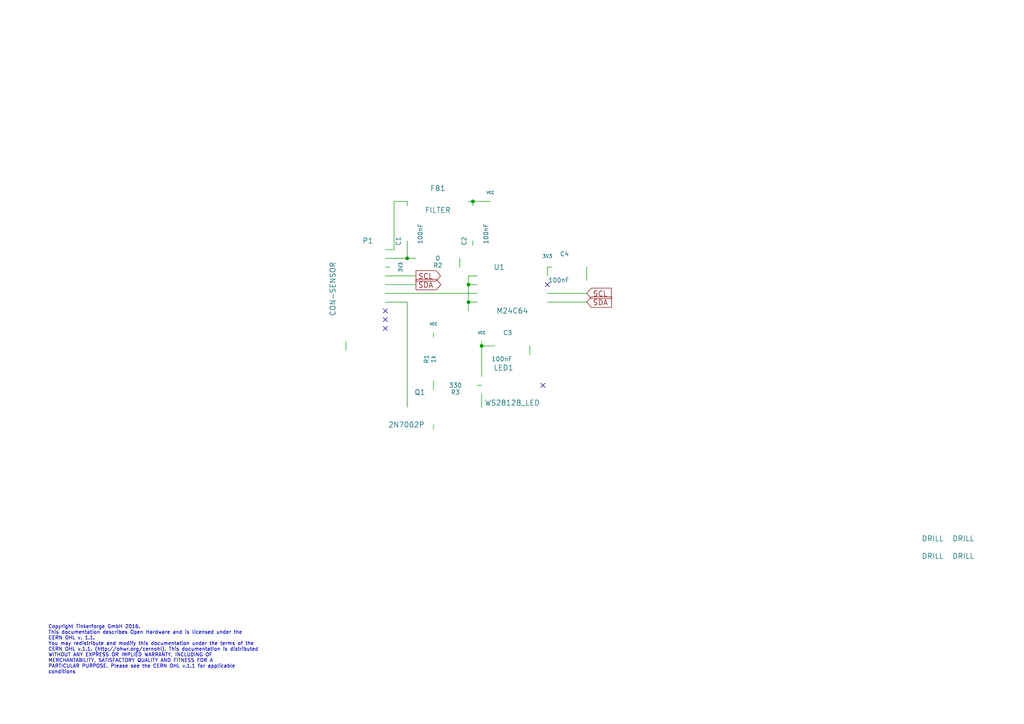
<source format=kicad_sch>
(kicad_sch (version 20230121) (generator eeschema)
  (paper "A4")
  (title_block (title "RGB LED Bricklet") (date "2016-08-04") (rev "1.1") (company "Tinkerforge GmbH") (comment 1 "Licensed under CERN OHL v.1.1") (comment 2 "Copyright (©) 2016, B.Nordmeyer <bastian@tinkerforge.com>"))
  (lib_symbols)
  (junction (at 118.11 74.93))
  (junction (at 137.16 58.42))
  (junction (at 135.89 87.63))
  (junction (at 135.89 82.55))
  (junction (at 139.7 100.33))
  (no_connect (at 111.76 95.25))
  (no_connect (at 111.76 92.71))
  (no_connect (at 111.76 90.17))
  (no_connect (at 157.48 111.76))
  (no_connect (at 158.75 82.55))
  (wire (pts (xy 139.7 111.76) (xy 138.43 111.76)))
  (wire (pts (xy 139.7 99.06) (xy 139.7 100.33)))
  (wire (pts (xy 114.3 72.39) (xy 114.3 58.42)))
  (wire (pts (xy 139.7 100.33) (xy 139.7 109.22)))
  (wire (pts (xy 111.76 82.55) (xy 120.65 82.55)))
  (wire (pts (xy 125.73 124.46) (xy 125.73 123.19)))
  (wire (pts (xy 135.89 90.17) (xy 135.89 87.63)))
  (wire (pts (xy 158.75 87.63) (xy 170.18 87.63)))
  (wire (pts (xy 118.11 58.42) (xy 118.11 59.69)))
  (wire (pts (xy 137.16 58.42) (xy 142.24 58.42)))
  (wire (pts (xy 135.89 58.42) (xy 137.16 58.42)))
  (wire (pts (xy 137.16 71.12) (xy 137.16 69.85)))
  (wire (pts (xy 111.76 74.93) (xy 118.11 74.93)))
  (wire (pts (xy 114.3 58.42) (xy 118.11 58.42)))
  (wire (pts (xy 111.76 72.39) (xy 114.3 72.39)))
  (wire (pts (xy 137.16 59.69) (xy 137.16 58.42)))
  (wire (pts (xy 143.51 100.33) (xy 139.7 100.33)))
  (wire (pts (xy 133.35 74.93) (xy 133.35 77.47)))
  (wire (pts (xy 111.76 80.01) (xy 120.65 80.01)))
  (wire (pts (xy 111.76 87.63) (xy 118.11 87.63)))
  (wire (pts (xy 111.76 77.47) (xy 113.03 77.47)))
  (wire (pts (xy 158.75 77.47) (xy 160.02 77.47)))
  (wire (pts (xy 158.75 85.09) (xy 170.18 85.09)))
  (wire (pts (xy 111.76 85.09) (xy 138.43 85.09)))
  (wire (pts (xy 170.18 81.28) (xy 170.18 77.47)))
  (wire (pts (xy 135.89 82.55) (xy 138.43 82.55)))
  (wire (pts (xy 125.73 110.49) (xy 125.73 113.03)))
  (wire (pts (xy 100.33 101.6) (xy 100.33 99.06)))
  (wire (pts (xy 118.11 87.63) (xy 118.11 118.11)))
  (wire (pts (xy 135.89 82.55) (xy 135.89 80.01)))
  (wire (pts (xy 118.11 74.93) (xy 120.65 74.93)))
  (wire (pts (xy 125.73 97.79) (xy 125.73 96.52)))
  (wire (pts (xy 153.67 102.87) (xy 153.67 100.33)))
  (wire (pts (xy 158.75 80.01) (xy 158.75 77.47)))
  (wire (pts (xy 138.43 87.63) (xy 135.89 87.63)))
  (wire (pts (xy 139.7 118.11) (xy 139.7 114.3)))
  (wire (pts (xy 118.11 74.93) (xy 118.11 69.85)))
  (wire (pts (xy 135.89 87.63) (xy 135.89 82.55)))
  (wire (pts (xy 135.89 80.01) (xy 138.43 80.01)))
  (text "Copyright Tinkerforge GmbH 2016.\nThis documentation describes Open Hardware and is licensed under the\nCERN OHL v. 1.1.\nYou may redistribute and modify this documentation under the terms of the\nCERN OHL v.1.1. (http://ohwr.org/cernohl). This documentation is distributed\nWITHOUT ANY EXPRESS OR IMPLIED WARRANTY, INCLUDING OF\nMERCHANTABILITY, SATISFACTORY QUALITY AND FITNESS FOR A\nPARTICULAR PURPOSE. Please see the CERN OHL v.1.1 for applicable\nconditions\n" (at 13.97 195.58 0) (effects (font (size 1.016 1.016)) (justify left bottom)))
  (global_label "SCL" (shape input) (at 170.18 85.09 0) (effects (font (size 1.524 1.524))) (property "Intersheetrefs" "${INTERSHEET_REFS}" (effects hide)))
  (global_label "SDA" (shape input) (at 170.18 87.63 0) (effects (font (size 1.524 1.524))) (property "Intersheetrefs" "${INTERSHEET_REFS}" (effects hide)))
  (global_label "SDA" (shape output) (at 120.65 82.55 0) (effects (font (size 1.524 1.524))) (property "Intersheetrefs" "${INTERSHEET_REFS}" (effects hide)))
  (global_label "SCL" (shape output) (at 120.65 80.01 0) (effects (font (size 1.524 1.524))) (property "Intersheetrefs" "${INTERSHEET_REFS}" (effects hide)))
  (symbol (lib_id "CON-SENSOR") (at 100.33 83.82 0) (mirror y) (unit 1)
    (property "Reference" "P1" (at 106.68 69.85 0) (effects (font (size 1.524 1.524))))
    (property "Value" "CON-SENSOR" (at 96.52 83.82 90) (effects (font (size 1.524 1.524))))
    (property "Footprint" "kicad-libraries:CON-SENSOR" (effects hide))
  )
  (symbol (lib_id "GND") (at 100.33 101.6 0) (unit 1)
    (property "Reference" "#PWR05" (effects hide))
    (property "Value" "GND" (effects hide))
  )
  (symbol (lib_id "GND") (at 133.35 77.47 0) (unit 1)
    (property "Reference" "#PWR04" (effects hide))
    (property "Value" "GND" (effects hide))
  )
  (symbol (lib_id "VCC") (at 142.24 58.42 0) (unit 1)
    (property "Reference" "#PWR03" (effects hide))
    (property "Value" "VCC" (at 142.24 55.88 0) (effects (font (size 0.762 0.762))))
  )
  (symbol (lib_id "CAT24C") (at 148.59 90.17 0) (unit 1)
    (property "Reference" "U1" (at 144.78 77.47 0) (effects (font (size 1.524 1.524))))
    (property "Value" "M24C64" (at 148.59 90.17 0) (effects (font (size 1.524 1.524))))
    (property "Footprint" "kicad-libraries:SOIC8" (effects hide))
  )
  (symbol (lib_id "GND") (at 135.89 90.17 0) (unit 1)
    (property "Reference" "#PWR02" (effects hide))
    (property "Value" "GND" (effects hide))
  )
  (symbol (lib_id "C") (at 165.1 77.47 90) (unit 1)
    (property "Reference" "C4" (at 165.1 73.66 90) (effects (justify left)))
    (property "Value" "100nF" (at 165.1 81.28 90) (effects (justify left)))
    (property "Footprint" "kicad-libraries:C0603E" (effects hide))
  )
  (symbol (lib_id "DRILL") (at 279.4 156.21 0) (unit 1)
    (property "Reference" "U4" (effects hide))
    (property "Value" "DRILL" (at 279.4 156.21 0) (effects (font (size 1.524 1.524))))
    (property "Footprint" "kicad-libraries:DRILL_NP" (effects hide))
  )
  (symbol (lib_id "DRILL") (at 279.4 161.29 0) (unit 1)
    (property "Reference" "U5" (effects hide))
    (property "Value" "DRILL" (at 279.4 161.29 0) (effects (font (size 1.524 1.524))))
    (property "Footprint" "kicad-libraries:DRILL_NP" (effects hide))
  )
  (symbol (lib_id "DRILL") (at 270.51 161.29 0) (unit 1)
    (property "Reference" "U3" (effects hide))
    (property "Value" "DRILL" (at 270.51 161.29 0) (effects (font (size 1.524 1.524))))
    (property "Footprint" "kicad-libraries:DRILL_NP" (effects hide))
  )
  (symbol (lib_id "DRILL") (at 270.51 156.21 0) (unit 1)
    (property "Reference" "U2" (effects hide))
    (property "Value" "DRILL" (at 270.51 156.21 0) (effects (font (size 1.524 1.524))))
    (property "Footprint" "kicad-libraries:DRILL_NP" (effects hide))
  )
  (symbol (lib_id "GND") (at 170.18 81.28 0) (unit 1)
    (property "Reference" "#PWR01" (effects hide))
    (property "Value" "GND" (effects hide))
  )
  (symbol (lib_id "FILTER") (at 127 58.42 0) (unit 1)
    (property "Reference" "FB1" (at 127 54.61 0) (effects (font (size 1.524 1.524))))
    (property "Value" "FILTER" (at 127 60.96 0) (effects (font (size 1.524 1.524))))
    (property "Footprint" "kicad-libraries:C0603E" (effects hide))
  )
  (symbol (lib_id "R") (at 127 74.93 270) (unit 1)
    (property "Reference" "R2" (at 127 76.962 90))
    (property "Value" "0" (at 127 74.93 90))
    (property "Footprint" "kicad-libraries:R0603E" (effects hide))
  )
  (symbol (lib_id "C") (at 118.11 64.77 180) (unit 1)
    (property "Reference" "C1" (at 115.57 68.58 90) (effects (justify left)))
    (property "Value" "100nF" (at 121.92 64.77 90) (effects (justify left)))
    (property "Footprint" "kicad-libraries:C0603E" (effects hide))
  )
  (symbol (lib_id "C") (at 137.16 64.77 180) (unit 1)
    (property "Reference" "C2" (at 134.62 68.58 90) (effects (justify left)))
    (property "Value" "100nF" (at 140.97 64.77 90) (effects (justify left)))
    (property "Footprint" "kicad-libraries:C0603E" (effects hide))
  )
  (symbol (lib_id "GND") (at 137.16 71.12 0) (unit 1)
    (property "Reference" "#PWR06" (effects hide))
    (property "Value" "GND" (effects hide))
  )
  (symbol (lib_id "3V3") (at 158.75 77.47 0) (unit 1)
    (property "Reference" "#PWR07" (effects hide))
    (property "Value" "3V3" (at 158.75 74.295 0) (effects (font (size 1.016 1.016))))
  )
  (symbol (lib_id "3V3") (at 113.03 77.47 270) (unit 1)
    (property "Reference" "#PWR08" (effects hide))
    (property "Value" "3V3" (at 116.205 77.47 0) (effects (font (size 1.016 1.016))))
  )
  (symbol (lib_id "VCC") (at 139.7 99.06 0) (unit 1)
    (property "Reference" "#PWR09" (effects hide))
    (property "Value" "VCC" (at 139.7 96.52 0) (effects (font (size 0.762 0.762))))
  )
  (symbol (lib_id "C") (at 148.59 100.33 90) (unit 1)
    (property "Reference" "C3" (at 148.59 96.52 90) (effects (justify left)))
    (property "Value" "100nF" (at 148.59 104.14 90) (effects (justify left)))
    (property "Footprint" "kicad-libraries:C0603E" (effects hide))
  )
  (symbol (lib_id "GND") (at 139.7 118.11 0) (unit 1)
    (property "Reference" "#PWR010" (effects hide))
    (property "Value" "GND" (effects hide))
  )
  (symbol (lib_id "GND") (at 153.67 102.87 0) (unit 1)
    (property "Reference" "#PWR011" (effects hide))
    (property "Value" "GND" (effects hide))
  )
  (symbol (lib_id "R") (at 132.08 111.76 270) (unit 1)
    (property "Reference" "R3" (at 132.08 113.792 90))
    (property "Value" "330" (at 132.08 111.76 90))
    (property "Footprint" "kicad-libraries:R0603E" (effects hide))
  )
  (symbol (lib_id "MOSFET_N_CH") (at 123.19 118.11 0) (unit 1)
    (property "Reference" "Q1" (at 123.444 113.792 0) (effects (font (size 1.524 1.524)) (justify right)))
    (property "Value" "2N7002P" (at 123.19 123.19 0) (effects (font (size 1.524 1.524)) (justify right)))
    (property "Footprint" "kicad-libraries:SOT23GDS" (effects hide))
  )
  (symbol (lib_id "GND") (at 125.73 124.46 0) (unit 1)
    (property "Reference" "#PWR012" (effects hide))
    (property "Value" "GND" (effects hide))
  )
  (symbol (lib_id "R") (at 125.73 104.14 180) (unit 1)
    (property "Reference" "R1" (at 123.698 104.14 90))
    (property "Value" "1k" (at 125.73 104.14 90))
    (property "Footprint" "kicad-libraries:R0603E" (effects hide))
  )
  (symbol (lib_id "VCC") (at 125.73 96.52 0) (unit 1)
    (property "Reference" "#PWR013" (effects hide))
    (property "Value" "VCC" (at 125.73 93.98 0) (effects (font (size 0.762 0.762))))
  )
  (symbol (lib_id "WS2812B_LED") (at 148.59 111.76 0) (unit 1)
    (property "Reference" "LED1" (at 146.05 106.68 0) (effects (font (size 1.524 1.524))))
    (property "Value" "WS2812B_LED" (at 148.59 116.84 0) (effects (font (size 1.524 1.524))))
    (property "Footprint" "kicad-libraries:WS2812B_LED" (effects hide))
  )
)
</source>
